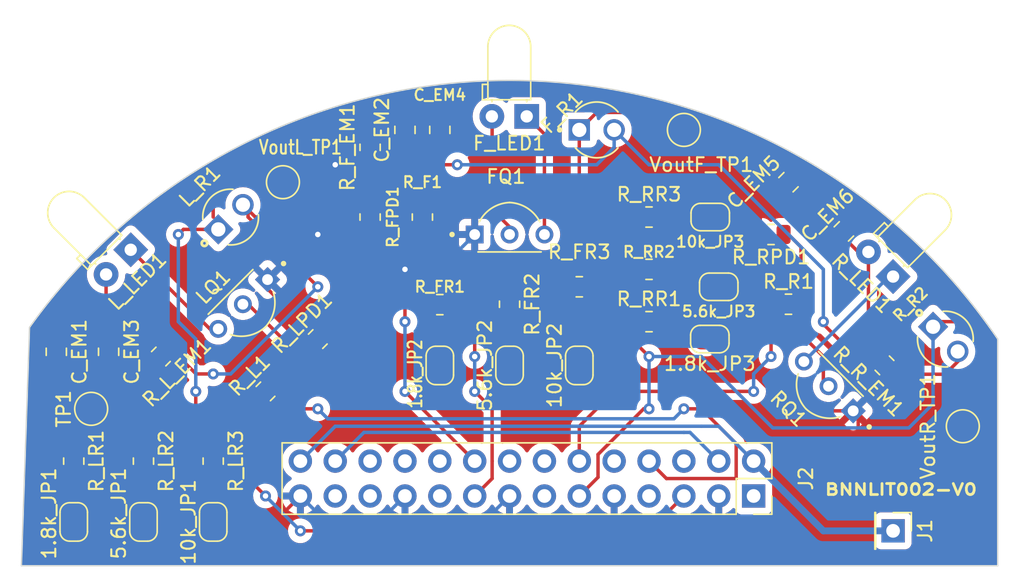
<source format=kicad_pcb>
(kicad_pcb (version 20221018) (generator pcbnew)
  (layers (0 "F.Cu" signal) (31 "B.Cu" signal) (34 "B.Paste" user) (35 "F.Paste" user) (36 "B.SilkS" user "B.Silkscreen") (37 "F.SilkS" user "F.Silkscreen") (38 "B.Mask" user) (39 "F.Mask" user) (44 "Edge.Cuts" user))
  (net 0 "")
  (net 1 "GND")
  (net 2 "Net-(1.8k_JP1-B)")
  (net 3 "Net-(1.8k_JP2-B)")
  (net 4 "Net-(1.8k_JP3-B)")
  (net 5 "Net-(5.6k_JP1-B)")
  (net 6 "Net-(5.6k_JP2-B)")
  (net 7 "Net-(5.6k_JP3-B)")
  (net 8 "Net-(10k_JP1-B)")
  (net 9 "Net-(10k_JP2-B)")
  (net 10 "Net-(10k_JP3-B)")
  (net 11 "Net-(L_LED1-A)")
  (net 12 "Net-(R_LED1-A)")
  (net 13 "Net-(L_LED1-K)")
  (net 14 "Net-(FQ1-Pad2)")
  (net 15 "+3V3")
  (net 16 "Net-(LQ1-Pad2)")
  (net 17 "Net-(RQ1-Pad2)")
  (net 18 "L_Receiver")
  (net 19 "F_Receiver")
  (net 20 "Net-(R_LED1-K)")
  (net 21 "R_Receiver")
  (net 22 "F_Emitter")
  (net 23 "L_Emitter")
  (net 24 "R_Emitter")
  (net 25 "+3.3V")
  (net 26 "/BATT")
  (net 27 "/AB0")
  (net 28 "/RESV1")
  (net 29 "/PC5")
  (net 30 "/PE8")
  (net 31 "/PE9")
  (net 32 "/PC4")
  (net 33 "/PE11")
  (net 34 "/PE12")
  (net 35 "/PA6")
  (net 36 "/PE14")
  (net 37 "/PA4")
  (net 38 "/RESV2")
  (net 39 "/RESV3")
  (net 40 "Net-(F_LED1-A)")
  (net 41 "Net-(F_LED1-K)")
  (footprint "Capacitor_SMD:C_0805_2012Metric" (layer "F.Cu") (at 99.06 67.31 90)
    (fp_text reference "C_EM4")
    (fp_text value "0.1u")
  )
  (footprint "Resistor_SMD:R_0805_2012Metric" (layer "F.Cu") (at 114.3 73.66)
    (fp_text reference "R_RR3")
    (fp_text value "100k")
  )
  (footprint "Jumper:SolderJumper-2_P1.3mm_Open_RoundedPad1.0x1.5mm" (layer "F.Cu") (at 118.76 73.66 180)
    (fp_text reference "10k_JP3")
    (fp_text value "JP9")
  )
  (footprint "TEFT4300:XDCR_TEFT4300" (layer "F.Cu") (at 110.49 67.31)
    (fp_text reference "F_R1")
    (fp_text value "TEFT4300")
  )
  (footprint "P2N2222A:TO92254P470H750-3" (layer "F.Cu") (at 125.73 87.63 135)
    (fp_text reference "RQ1")
    (fp_text value "2N2222A")
  )
  (footprint "Resistor_SMD:R_0805_2012Metric" (layer "F.Cu") (at 97.79 73.66 90)
    (fp_text reference "R_F1")
    (fp_text value "150")
  )
  (footprint "Jumper:SolderJumper-2_P1.3mm_Open_RoundedPad1.0x1.5mm" (layer "F.Cu") (at 77.47 95.87 90)
    (fp_text reference "5.6k_JP1")
    (fp_text value "JP3")
  )
  (footprint "TestPoint:TestPoint_Pad_D2.0mm" (layer "F.Cu") (at 87.63 71.12 90)
    (fp_text reference "VoutL_TP1")
    (fp_text value "TP3")
  )
  (footprint "TEFT4300:XDCR_TEFT4300" (layer "F.Cu") (at 83.82 73.66 45)
    (fp_text reference "L_R1")
    (fp_text value "TEFT4300")
  )
  (footprint "Resistor_SMD:R_0805_2012Metric" (layer "F.Cu") (at 104.14 80.01 -90)
    (fp_text reference "R_FR2")
    (fp_text value "10k")
  )
  (footprint "Resistor_SMD:R_0805_2012Metric" (layer "F.Cu") (at 123.19 74.93 180)
    (fp_text reference "R_RPD1")
    (fp_text value "82")
  )
  (footprint "Resistor_SMD:R_0805_2012Metric" (layer "F.Cu") (at 124.46 80.01)
    (fp_text reference "R_R1")
    (fp_text value "150")
  )
  (footprint "Capacitor_SMD:C_0805_2012Metric" (layer "F.Cu") (at 74.93 83.475 -90)
    (fp_text reference "C_EM3")
    (fp_text value "0.1u")
  )
  (footprint "Jumper:SolderJumper-2_P1.3mm_Open_RoundedPad1.0x1.5mm" (layer "F.Cu") (at 82.55 95.87 90)
    (fp_text reference "10k_JP1")
    (fp_text value "JP5")
  )
  (footprint "Resistor_SMD:R_0805_2012Metric" (layer "F.Cu") (at 86.36 86.36 45)
    (fp_text reference "R_L1")
    (fp_text value "150")
  )
  (footprint "Capacitor_SMD:C_0805_2012Metric" (layer "F.Cu") (at 96.52 67.31 90)
    (fp_text reference "C_EM2")
    (fp_text value "4.7u")
  )
  (footprint "TestPoint:TestPoint_Pad_D2.0mm" (layer "F.Cu") (at 73.66 87.63 90)
    (fp_text reference "TP1")
    (fp_text value "IcL_TP")
  )
  (footprint "Resistor_SMD:R_0805_2012Metric" (layer "F.Cu") (at 109.22 78.74)
    (fp_text reference "R_FR3")
    (fp_text value "100k")
  )
  (footprint "TEFT4300:XDCR_TEFT4300" (layer "F.Cu") (at 135.89 82.55 -45)
    (fp_text reference "R_R2")
    (fp_text value "TEFT4300")
  )
  (footprint "P2N2222A:TO92254P470H750-3" (layer "F.Cu") (at 86.36 81.657559 -135)
    (fp_text reference "LQ1")
    (fp_text value "2N2222A")
  )
  (footprint "Jumper:SolderJumper-2_P1.3mm_Open_RoundedPad1.0x1.5mm" (layer "F.Cu") (at 104.14 84.47 90)
    (fp_text reference "5.6k_JP2")
    (fp_text value "JP4")
  )
  (footprint "Capacitor_SMD:C_0805_2012Metric" (layer "F.Cu") (at 71.12 83.475 -90)
    (fp_text reference "C_EM1")
    (fp_text value "4.7u")
  )
  (footprint "Jumper:SolderJumper-2_P1.3mm_Open_RoundedPad1.0x1.5mm" (layer "F.Cu") (at 119.38 78.74 180)
    (fp_text reference "5.6k_JP3")
    (fp_text value "JP8")
  )
  (footprint "Resistor_SMD:R_0805_2012Metric" (layer "F.Cu") (at 82.55 91.44 -90)
    (fp_text reference "R_LR3")
    (fp_text value "100k")
  )
  (footprint "Resistor_SMD:R_0805_2012Metric" (layer "F.Cu") (at 72.39 91.44 -90)
    (fp_text reference "R_LR1")
    (fp_text value "1.8k")
  )
  (footprint "LED_THT:LED_D3.0mm_Horizontal_O1.27mm_Z2.0mm_IRBlack" (layer "F.Cu") (at 132.08 77.996051 135)
    (fp_text reference "R_LED1")
    (fp_text value "TSAL4400")
  )
  (footprint "Jumper:SolderJumper-2_P1.3mm_Open_RoundedPad1.0x1.5mm" (layer "F.Cu") (at 118.73 82.55 180)
    (fp_text reference "1.8k_JP3")
    (fp_text value "JP7")
  )
  (footprint "Jumper:SolderJumper-2_P1.3mm_Open_RoundedPad1.0x1.5mm" (layer "F.Cu") (at 99.06 84.47 90)
    (fp_text reference "1.8k_JP2")
    (fp_text value "JP2")
  )
  (footprint "TestPoint:TestPoint_Pad_D2.0mm" (layer "F.Cu") (at 137.16 88.9 90)
    (fp_text reference "VoutR_TP1")
    (fp_text value "TP6")
  )
  (footprint "Jumper:SolderJumper-2_P1.3mm_Open_RoundedPad1.0x1.5mm" (layer "F.Cu") (at 72.39 95.87 90)
    (fp_text reference "1.8k_JP1")
    (fp_text value "JP1")
  )
  (footprint "Resistor_SMD:R_0805_2012Metric" (layer "F.Cu") (at 78.74 83.82 -135)
    (fp_text reference "R_L_EM1")
    (fp_text value "13")
  )
  (footprint "Resistor_SMD:R_0805_2012Metric" (layer "F.Cu") (at 114.3 77.47)
    (fp_text reference "R_RR2")
    (fp_text value "10k")
  )
  (footprint "P2N2222A:TO92254P470H750-3" (layer "F.Cu") (at 104.14 72.6)
    (fp_text reference "FQ1")
    (fp_text value "2N2222A")
  )
  (footprint "Resistor_SMD:R_0805_2012Metric" (layer "F.Cu") (at 77.47 91.44 -90)
    (fp_text reference "R_LR2")
    (fp_text value "10k")
  )
  (footprint "TestPoint:TestPoint_Pad_D2.0mm" (layer "F.Cu") (at 116.84 67.31 90)
    (fp_text reference "VoutF_TP1")
    (fp_text value "TP4")
  )
  (footprint "Resistor_SMD:R_0805_2012Metric" (layer "F.Cu") (at 93.98 73.66 -90)
    (fp_text reference "R_FPD1")
    (fp_text value "82")
  )
  (footprint "LED_THT:LED_D3.0mm_Horizontal_O1.27mm_Z2.0mm_IRBlack" (layer "F.Cu") (at 76.54146 76.043693 -135)
    (fp_text reference "L_LED1")
    (fp_text value "TSAL4400")
  )
  (footprint "Resistor_SMD:R_0805_2012Metric" (layer "F.Cu") (at 114.3 81.28)
    (fp_text reference "R_RR1")
    (fp_text value "1.8k")
  )
  (footprint "Resistor_SMD:R_0805_2012Metric" (layer "F.Cu") (at 131.455235 84.465235 135)
    (fp_text reference "R_R_EM1")
    (fp_text value "13")
  )
  (footprint "Capacitor_SMD:C_0805_2012Metric" (layer "F.Cu") (at 124.46 71.12 45)
    (fp_text reference "C_EM5")
    (fp_text value "4.7u")
  )
  (footprint "Connector_PinHeader_2.54mm:PinHeader_1x01_P2.54mm_Vertical" (layer "F.Cu") (at 132.08 96.52 -90)
    (fp_text reference "J1")
    (fp_text value "Conn_01x01_Pin")
  )
  (footprint "Resistor_SMD:R_0805_2012Metric" (layer "F.Cu") (at 90.17 82.55 45)
    (fp_text reference "R_LPD1")
    (fp_text value "82")
  )
  (footprint "LED_THT:LED_D3.0mm_Horizontal_O1.27mm_Z2.0mm_IRBlack" (layer "F.Cu") (at 105.39 66.325 180)
    (fp_text reference "F_LED1")
    (fp_text value "TSAL4400")
  )
  (footprint "Jumper:SolderJumper-2_P1.3mm_Open_RoundedPad1.0x1.5mm" (layer "F.Cu") (at 109.22 84.47 90)
    (fp_text reference "10k_JP2")
    (fp_text value "JP6")
  )
  (footprint "Connector_PinHeader_2.54mm:PinHeader_2x14_P2.54mm_Vertical" (layer "F.Cu") (at 104.14 76.2)
    (fp_text reference "J2")
    (fp_text value "Conn_02x14_Odd_Even")
  )
  (footprint "Capacitor_SMD:C_0805_2012Metric" (layer "F.Cu") (at 128.496274 74.703726 45)
    (fp_text reference "C_EM6")
    (fp_text value "0.1u")
  )
  (footprint "Resistor_SMD:R_0805_2012Metric" (layer "F.Cu") (at 99.06 80.04 180)
    (fp_text reference "R_FR1")
    (fp_text value "1.8k")
  )
  (footprint "Resistor_SMD:R_0805_2012Metric" (layer "F.Cu") (at 93.98 68.58 90)
    (fp_text reference "R_F_EM1")
    (fp_text value "13")
  )
  (gr_line (start 68.58 99.06) (end 69.170563 81.701831) (stroke (width 0.1)) (layer "Edge.Cuts"))
  (gr_arc (start 69.170563 81.701831) (mid 104.656758 63.70904) (end 139.699999 82.55) (stroke (width 0.1)) (layer "Edge.Cuts"))
  (gr_line (start 139.7 99.06) (end 139.7 82.55) (stroke (width 0.1)) (layer "Edge.Cuts"))
  (gr_line (start 68.58 99.06) (end 139.7 99.06) (stroke (width 0.1)) (layer "Edge.Cuts"))
  (gr_text "BNNLIT002-V0" (at 127 93.98) (layer "F.SilkS") (effects (font (size 0.8 1) (thickness 0.2) bold) (justify left bottom)))
  (segment (start 125.904299 70.768249) (end 129.168025 74.031975) (width 0.25) (layer "F.Cu") (net 1))
  (segment (start 120.65 77.47) (end 119.555 78.565) (width 0.25) (layer "F.Cu") (net 1))
  (segment (start 82.55 96.52) (end 86.36 96.52) (width 0.25) (layer "F.Cu") (net 1))
  (segment (start 93.98 78.74) (end 90.488198 82.231802) (width 0.25) (layer "F.Cu") (net 1))
  (segment (start 129.17361 87.778492) (end 124.608492 87.778492) (width 0.25) (layer "F.Cu") (net 1))
  (segment (start 90.815235 81.904765) (end 89.524765 81.904765) (width 0.25) (layer "F.Cu") (net 1))
  (segment (start 129.54 92.71) (end 129.54 87.63) (width 0.25) (layer "F.Cu") (net 1))
  (segment (start 125.131751 70.448249) (end 124.585476 69.901974) (width 0.25) (layer "F.Cu") (net 1))
  (segment (start 119.555 78.565) (end 119.555 82.375) (width 0.25) (layer "F.Cu") (net 1))
  (segment (start 71.12 96.52) (end 69.85 95.25) (width 0.25) (layer "F.Cu") (net 1))
  (segment (start 118.11 85.12) (end 119.38 83.85) (width 0.25) (layer "F.Cu") (net 1))
  (segment (start 122.2775 74.93) (end 122.2775 71.817577) (width 0.25) (layer "F.Cu") (net 1))
  (segment (start 69.85 95.25) (end 69.85 85.09) (width 0.25) (layer "F.Cu") (net 1))
  (segment (start 69.85 85.09) (end 71.12 83.82) (width 0.25) (layer "F.Cu") (net 1))
  (segment (start 121.92 74.93) (end 120.65 73.66) (width 0.25) (layer "F.Cu") (net 1))
  (segment (start 124.608492 87.778492) (end 119.38 82.55) (width 0.25) (layer "F.Cu") (net 1))
  (segment (start 120.65 74.93) (end 120.65 77.47) (width 0.25) (layer "F.Cu") (net 1))
  (segment (start 95.915 66.04) (end 92.71 66.04) (width 0.25) (layer "F.Cu") (net 1))
  (segment (start 95.25 76.2) (end 95.25 74.93) (width 0.25) (layer "F.Cu") (net 1))
  (segment (start 94.01 85.12) (end 101.6 85.12) (width 0.25) (layer "F.Cu") (net 1))
  (segment (start 95.25 74.93) (end 93.98 74.93) (width 0.25) (layer "F.Cu") (net 1))
  (segment (start 96.52 66.36) (end 98.287452 66.36) (width 0.25) (layer "F.Cu") (net 1))
  (segment (start 120.65 96.52) (end 125.73 96.52) (width 0.25) (layer "F.Cu") (net 1))
  (segment (start 124.245077 69.85) (end 124.46 69.85) (width 0.25) (layer "F.Cu") (net 1))
  (segment (start 125.73 96.52) (end 129.54 92.71) (width 0.25) (layer "F.Cu") (net 1))
  (segment (start 86.36 96.52) (end 88.9 93.98) (width 0.25) (layer "F.Cu") (net 1))
  (segment (start 119.38 95.25) (end 120.65 96.52) (width 0.25) (layer "F.Cu") (net 1))
  (segment (start 89.524765 81.904765) (end 86.36 78.74) (width 0.25) (layer "F.Cu") (net 1))
  (segment (start 119.41 73.66) (end 119.41 73.69) (width 0.25) (layer "F.Cu") (net 1))
  (segment (start 92.71 66.04) (end 91.44 67.31) (width 0.25) (layer "F.Cu") (net 1))
  (segment (start 82.55 96.52) (end 72.39 96.52) (width 0.25) (layer "F.Cu") (net 1))
  (segment (start 91.44 67.31) (end 91.44 69.85) (width 0.25) (layer "F.Cu") (net 1))
  (segment (start 122.2775 74.93) (end 121.92 74.93) (width 0.25) (layer "F.Cu") (net 1))
  (segment (start 73.469401 83.82) (end 71.12 83.82) (width 0.25) (layer "F.Cu") (net 1))
  (segment (start 119.41 73.69) (end 120.65 74.93) (width 0.25) (layer "F.Cu") (net 1))
  (segment (start 90.815235 81.925235) (end 94.01 85.12) (width 0.25) (layer "F.Cu") (net 1))
  (segment (start 90.17 74.93) (end 93.98 74.93) (width 0.25) (layer "F.Cu") (net 1))
  (segment (start 101.6 85.12) (end 118.11 85.12) (width 0.25) (layer "F.Cu") (net 1))
  (segment (start 119.38 93.98) (end 119.38 95.25) (width 0.25) (layer "F.Cu") (net 1))
  (segment (start 72.39 96.52) (end 71.12 96.52) (width 0.25) (layer "F.Cu") (net 1))
  (segment (start 122.2775 71.817577) (end 124.245077 69.85) (width 0.25) (layer "F.Cu") (net 1))
  (segment (start 90.815235 81.904765) (end 90.815235 81.925235) (width 0.25) (layer "F.Cu") (net 1))
  (segment (start 93.98 74.5725) (end 93.98 78.74) (width 0.25) (layer "F.Cu") (net 1))
  (segment (start 119.38 83.85) (end 119.38 82.55) (width 0.25) (layer "F.Cu") (net 1))
  (segment (start 120.65 73.66) (end 119.38 73.66) (width 0.25) (layer "F.Cu") (net 1))
  (segment (start 96.52 77.47) (end 95.25 76.2) (width 0.25) (layer "F.Cu") (net 1))
  (via (at 96.52 77.47) (size 0.8) (drill 0.4) (layers "F.Cu" "B.Cu") (net 1))
  (via (at 90.17 74.93) (size 0.8) (drill 0.4) (layers "F.Cu" "B.Cu") (net 1))
  (via (at 91.44 69.85) (size 0.8) (drill 0.4) (layers "F.Cu" "B.Cu") (net 1))
  (arc (start 98.287452 66.36) (mid 98.705551 66.276835) (end 99.06 66.04) (width 0.25) (layer "F.Cu") (net 1))
  (arc (start 124.585476 69.901974) (mid 124.527907 69.863508) (end 124.46 69.85) (width 0.25) (layer "F.Cu") (net 1))
  (arc (start 125.131751 70.448249) (mid 125.549851 70.531414) (end 125.904299 70.768249) (width 0.25) (layer "F.Cu") (net 1))
  (arc (start 74.93 84.425) (mid 74.259872 83.977234) (end 73.469401 83.82) (width 0.25) (layer "F.Cu") (net 1))
  (segment (start 93.98 96.52) (end 101.6 96.52) (width 0.25) (layer "B.Cu") (net 1))
  (segment (start 88.9 73.66) (end 90.17 74.93) (width 0.25) (layer "B.Cu") (net 1))
  (segment (start 101.6 74.93) (end 99.06 77.47) (width 0.25) (layer "B.Cu") (net 1))
  (segment (start 104.14 93.98) (end 104.14 95.25) (width 0.25) (layer "B.Cu") (net 1))
  (segment (start 101.6 96.52) (end 104.14 93.98) (width 0.25) (layer "B.Cu") (net 1))
  (segment (start 105.41 96.52) (end 110.49 96.52) (width 0.25) (layer "B.Cu") (net 1))
  (segment (start 91.44 69.85) (end 91.44 71.12) (width 0.25) (layer "B.Cu") (net 1))
  (segment (start 91.44 71.12) (end 90.17 72.39) (width 0.25) (layer "B.Cu") (net 1))
  (segment (start 110.49 96.52) (end 118.11 96.52) (width 0.25) (layer "B.Cu") (net 1))
  (segment (start 111.76 95.25) (end 111.76 93.98) (width 0.25) (layer "B.Cu") (net 1))
  (segment (start 119.38 95.25) (end 119.38 93.98) (width 0.25) (layer "B.Cu") (net 1))
  (segment (start 93.98 96.52) (end 96.52 93.98) (width 0.25) (layer "B.Cu") (net 1))
  (segment (start 90.17 72.39) (end 88.9 72.39) (width 0.25) (layer "B.Cu") (net 1))
  (segment (start 90.17 95.25) (end 91.44 96.52) (width 0.25) (layer "B.Cu") (net 1))
  (segment (start 91.44 96.52) (end 93.98 96.52) (width 0.25) (layer "B.Cu") (net 1))
  (segment (start 118.11 96.52) (end 119.38 95.25) (width 0.25) (layer "B.Cu") (net 1))
  (segment (start 88.9 93.98) (end 90.17 95.25) (width 0.25) (layer "B.Cu") (net 1))
  (segment (start 104.14 95.25) (end 105.41 96.52) (width 0.25) (layer "B.Cu") (net 1))
  (segment (start 88.9 72.39) (end 88.9 73.66) (width 0.25) (layer "B.Cu") (net 1))
  (segment (start 110.49 96.52) (end 111.76 95.25) (width 0.25) (layer "B.Cu") (net 1))
  (segment (start 99.06 77.47) (end 96.52 77.47) (width 0.25) (layer "B.Cu") (net 1))
  (segment (start 72.39 92.3525) (end 72.39 95.25) (width 0.25) (layer "F.Cu") (net 2))
  (segment (start 99.06 83.82) (end 97.79 82.55) (width 0.25) (layer "F.Cu") (net 3))
  (segment (start 97.79 82.55) (end 97.79 80.01) (width 0.25) (layer "F.Cu") (net 3))
  (segment (start 116.84 82.55) (end 115.57 81.28) (width 0.25) (layer "F.Cu") (net 4))
  (segment (start 118.08 82.55) (end 116.84 82.55) (width 0.25) (layer "F.Cu") (net 4))
  (segment (start 77.47 92.3525) (end 77.47 95.25) (width 0.25) (layer "F.Cu") (net 5))
  (segment (start 104.14 80.9225) (end 104.14 83.82) (width 0.25) (layer "F.Cu") (net 6))
  (segment (start 118.73 78.74) (end 116.84 78.74) (width 0.25) (layer "F.Cu") (net 7))
  (segment (start 116.84 78.74) (end 115.57 77.47) (width 0.25) (layer "F.Cu") (net 7))
  (segment (start 82.55 92.3525) (end 82.55 95.25) (width 0.25) (layer "F.Cu") (net 8))
  (segment (start 110.1325 78.74) (end 110.1325 82.9075) (width 0.25) (layer "F.Cu") (net 9))
  (segment (start 110.1325 82.9075) (end 109.22 83.82) (width 0.25) (layer "F.Cu") (net 9))
  (segment (start 118.11 73.66) (end 115.57 73.66) (width 0.25) (layer "F.Cu") (net 10))
  (segment (start 74.93 87.63) (end 73.66 87.63) (width 0.25) (layer "F.Cu") (net 11))
  (segment (start 78.094765 84.465235) (end 74.93 87.63) (width 0.25) (layer "F.Cu") (net 11))
  (segment (start 71.12 82.525) (end 74.869645 82.525) (width 0.25) (layer "F.Cu") (net 11))
  (segment (start 74.745409 77.839744) (end 74.745409 82.104358) (width 0.25) (layer "F.Cu") (net 11))
  (segment (start 76.2 82.55) (end 74.93 82.55) (width 0.25) (layer "F.Cu") (net 11))
  (segment (start 78.080291 84.43029) (end 76.2 82.55) (width 0.25) (layer "F.Cu") (net 11))
  (arc (start 74.745409 82.104358) (mid 74.793382 82.345537) (end 74.93 82.55) (width 0.25) (layer "F.Cu") (net 11))
  (arc (start 74.869645 82.525) (mid 74.902308 82.531497) (end 74.93 82.55) (width 0.25) (layer "F.Cu") (net 11))
  (arc (start 78.094765 84.465235) (mid 78.091003 84.446323) (end 78.080291 84.43029) (width 0.25) (layer "F.Cu") (net 11))
  (segment (start 129.54 76.2) (end 130.81 76.2) (width 0.25) (layer "F.Cu") (net 12))
  (segment (start 130.283949 76.2) (end 129.54 76.2) (width 0.25) (layer "F.Cu") (net 12))
  (segment (start 128.27 74.93) (end 129.54 76.2) (width 0.25) (layer "F.Cu") (net 12))
  (segment (start 130.283949 83.293949) (end 130.81 83.82) (width 0.25) (layer "F.Cu") (net 12))
  (segment (start 127 74.93) (end 128.27 74.93) (width 0.25) (layer "F.Cu") (net 12))
  (segment (start 123.913725 71.843725) (end 127 74.93) (width 0.25) (layer "F.Cu") (net 12))
  (segment (start 130.283949 76.2) (end 130.283949 83.293949) (width 0.25) (layer "F.Cu") (net 12))
  (arc (start 123.788249 71.791751) (mid 123.856156 71.805259) (end 123.913725 71.843725) (width 0.25) (layer "F.Cu") (net 12))
  (segment (start 76.54146 76.043693) (end 82.55 82.052233) (width 0.25) (layer "F.Cu") (net 13))
  (segment (start 104.14 74.375) (end 104.14 74.93) (width 0.25) (layer "F.Cu") (net 14))
  (segment (start 102.5125 72.7475) (end 104.14 74.375) (width 0.25) (layer "F.Cu") (net 14))
  (segment (start 97.79 72.7475) (end 102.5125 72.7475) (width 0.25) (layer "F.Cu") (net 14))
  (segment (start 93.98 72.7475) (end 97.4325 72.7475) (width 0.25) (layer "F.Cu") (net 14))
  (segment (start 81.30047 85.09) (end 82.55 85.09) (width 0.25) (layer "F.Cu") (net 15))
  (segment (start 84.718026 72.761974) (end 85.616052 73.66) (width 0.25) (layer "F.Cu") (net 15))
  (segment (start 100.33 69.85) (end 93.98 69.85) (width 0.25) (layer "F.Cu") (net 15))
  (segment (start 85.09 73.66) (end 85.09 72.39) (width 0.25) (layer "F.Cu") (net 15))
  (segment (start 130.630431 85.09) (end 127 81.459569) (width 0.25) (layer "F.Cu") (net 15))
  (segment (start 135.86953 85.11047) (end 137.16 83.82) (width 0.25) (layer "F.Cu") (net 15))
  (segment (start 132.10047 85.11047) (end 135.86953 85.11047) (width 0.25) (layer "F.Cu") (net 15))
  (segment (start 127 81.459569) (end 127 81.28) (width 0.25) (layer "F.Cu") (net 15))
  (segment (start 90.17 78.74) (end 85.09 73.66) (width 0.25) (layer "F.Cu") (net 15))
  (segment (start 90.17 73.66) (end 93.98 69.85) (width 0.25) (layer "F.Cu") (net 15))
  (segment (start 132.08 85.09) (end 130.630431 85.09) (width 0.25) (layer "F.Cu") (net 15))
  (segment (start 79.385235 83.174765) (end 81.30047 85.09) (width 0.25) (layer "F.Cu") (net 15))
  (segment (start 88.9 73.66) (end 90.17 73.66) (width 0.25) (layer "F.Cu") (net 15))
  (segment (start 132.10047 85.11047) (end 132.08 85.09) (width 0.25) (layer "F.Cu") (net 15))
  (segment (start 85.616052 73.66) (end 88.9 73.66) (width 0.25) (layer "F.Cu") (net 15))
  (via (at 82.55 85.09) (size 0.8) (drill 0.4) (layers "F.Cu" "B.Cu") (net 15))
  (via (at 90.17 78.74) (size 0.8) (drill 0.4) (layers "F.Cu" "B.Cu") (net 15))
  (via (at 100.33 69.85) (size 0.8) (drill 0.4) (layers "F.Cu" "B.Cu") (net 15))
  (via (at 127 81.28) (size 0.8) (drill 0.4) (layers "F.Cu" "B.Cu") (net 15))
  (segment (start 127 77.47) (end 119.38 69.85) (width 0.25) (layer "B.Cu") (net 15))
  (segment (start 101.6 69.85) (end 110.49 69.85) (width 0.25) (layer "B.Cu") (net 15))
  (segment (start 111.76 68.58) (end 111.76 67.31) (width 0.25) (layer "B.Cu") (net 15))
  (segment (start 127 81.28) (end 127 77.47) (width 0.25) (layer "B.Cu") (net 15))
  (segment (start 83.82 85.09) (end 90.17 78.74) (width 0.25) (layer "B.Cu") (net 15))
  (segment (start 82.55 85.09) (end 83.82 85.09) (width 0.25) (layer "B.Cu") (net 15))
  (segment (start 119.38 69.85) (end 114.3 69.85) (width 0.25) (layer "B.Cu") (net 15))
  (segment (start 110.49 69.85) (end 111.76 68.58) (width 0.25) (layer "B.Cu") (net 15))
  (segment (start 114.3 69.85) (end 111.76 67.31) (width 0.25) (layer "B.Cu") (net 15))
  (segment (start 101.6 69.85) (end 100.33 69.85) (width 0.25) (layer "B.Cu") (net 15))
  (segment (start 87.005235 85.714765) (end 89.524765 83.195235) (width 0.25) (layer "F.Cu") (net 16))
  (segment (start 89.524765 83.195235) (end 88.275235 83.195235) (width 0.25) (layer "F.Cu") (net 16))
  (segment (start 88.275235 83.195235) (end 85.09 80.01) (width 0.25) (layer "F.Cu") (net 16))
  (segment (start 125.3725 80.01) (end 125.3725 75.8425) (width 0.25) (layer "F.Cu") (net 17))
  (segment (start 127 83.82) (end 127 86.36) (width 0.25) (layer "F.Cu") (net 17))
  (segment (start 125.3725 82.1925) (end 127 83.82) (width 0.25) (layer "F.Cu") (net 17))
  (segment (start 125.3725 75.8425) (end 124.46 74.93) (width 0.25) (layer "F.Cu") (net 17))
  (segment (start 125.3725 80.01) (end 125.3725 82.1925) (width 0.25) (layer "F.Cu") (net 17))
  (segment (start 86.36 69.85) (end 85.09 69.85) (width 0.25) (layer "F.Cu") (net 18))
  (segment (start 87.63 71.12) (end 86.36 69.85) (width 0.25) (layer "F.Cu") (net 18))
  (segment (start 85.09 69.85) (end 83.82 69.85) (width 0.25) (layer "F.Cu") (net 18))
  (segment (start 80.381974 74.558026) (end 80.01 74.93) (width 0.25) (layer "F.Cu") (net 18))
  (segment (start 81.28 88.9) (end 82.55 90.17) (width 0.25) (layer "F.Cu") (net 18))
  (segment (start 116.84 93.98) (end 114.3 96.52) (width 0.25) (layer "F.Cu") (net 18))
  (segment (start 82.55 71.12) (end 82.55 73.66) (width 0.25) (layer "F.Cu") (net 18))
  (segment (start 72.39 90.5275) (end 82.1925 90.5275) (width 0.25) (layer "F.Cu") (net 18))
  (segment (start 83.82 69.85) (end 82.55 71.12) (width 0.25) (layer "F.Cu") (net 18))
  (segment (start 82.921974 74.558026) (end 80.381974 74.558026) (width 0.25) (layer "F.Cu") (net 18))
  (segment (start 86.36 93.98) (end 82.55 90.17) (width 0.25) (layer "F.Cu") (net 18))
  (segment (start 114.3 96.52) (end 88.9 96.52) (width 0.25) (layer "F.Cu") (net 18))
  (segment (start 81.28 86.36) (end 81.28 88.9) (width 0.25) (layer "F.Cu") (net 18))
  (via (at 86.36 93.98) (size 0.8) (drill 0.4) (layers "F.Cu" "B.Cu") (net 18))
  (via (at 81.28 86.36) (size 0.8) (drill 0.4) (layers "F.Cu" "B.Cu") (net 18))
  (via (at 88.9 96.52) (size 0.8) (drill 0.4) (layers "F.Cu" "B.Cu") (net 18))
  (via (at 80.01 74.93) (size 0.8) (drill 0.4) (layers "F.Cu" "B.Cu") (net 18))
  (segment (start 80.01 74.93) (end 80.01 81.28) (width 0.25) (layer "B.Cu") (net 18))
  (segment (start 80.01 81.28) (end 81.28 82.55) (width 0.25) (layer "B.Cu") (net 18))
  (segment (start 81.28 82.55) (end 81.28 86.36) (width 0.25) (layer "B.Cu") (net 18))
  (segment (start 88.9 96.52) (end 86.36 93.98) (width 0.25) (layer "B.Cu") (net 18))
  (segment (start 104.14 78.74) (end 107.95 78.74) (width 0.25) (layer "F.Cu") (net 19))
  (segment (start 101.6 81.6675) (end 101.6 83.82) (width 0.25) (layer "F.Cu") (net 19))
  (segment (start 109.22 77.47) (end 109.22 67.31) (width 0.25) (layer "F.Cu") (net 19))
  (segment (start 99.9725 80.04) (end 101.6 81.6675) (width 0.25) (layer "F.Cu") (net 19))
  (segment (start 102.87 87.63) (end 102.87 91.44) (width 0.25) (layer "F.Cu") (net 19))
  (segment (start 107.95 78.74) (end 109.22 77.47) (width 0.25) (layer "F.Cu") (net 19))
  (segment (start 99.9725 80.04) (end 101.2725 78.74) (width 0.25) (layer "F.Cu") (net 19))
  (segment (start 110.49 66.04) (end 109.22 67.31) (width 0.25) (layer "F.Cu") (net 19))
  (segment (start 115.57 66.04) (end 110.49 66.04) (width 0.25) (layer "F.Cu") (net 19))
  (segment (start 116.84 67.31) (end 115.57 66.04) (width 0.25) (layer "F.Cu") (net 19))
  (segment (start 101.2725 78.74) (end 104.14 78.74) (width 0.25) (layer "F.Cu") (net 19))
  (segment (start 101.6 86.36) (end 102.87 87.63) (width 0.25) (layer "F.Cu") (net 19))
  (segment (start 102.87 92.71) (end 101.6 93.98) (width 0.25) (layer "F.Cu") (net 19))
  (segment (start 102.87 91.44) (end 102.87 92.71) (width 0.25) (layer "F.Cu") (net 19))
  (via (at 101.6 86.36) (size 0.8) (drill 0.4) (layers "F.Cu" "B.Cu") (net 19))
  (via (at 101.6 83.82) (size 0.8) (drill 0.4) (layers "F.Cu" "B.Cu") (net 19))
  (segment (start 101.6 83.82) (end 101.6 86.36) (width 0.25) (layer "B.Cu") (net 19))
  (segment (start 125.581508 84.18639) (end 132.08 77.687898) (width 0.25) (layer "B.Cu") (net 20))
  (segment (start 113.03 82.55) (end 113.03 81.28) (width 0.25) (layer "F.Cu") (net 21))
  (segment (start 110.585 90.953299) (end 113.908299 87.63) (width 0.25) (layer "F.Cu") (net 21))
  (segment (start 109.22 93.98) (end 110.585 92.615) (width 0.25) (layer "F.Cu") (net 21))
  (segment (start 113.3875 81.28) (end 113.3875 74.0175) (width 0.25) (layer "F.Cu") (net 21))
  (segment (start 110.585 92.615) (end 110.585 90.953299) (width 0.25) (layer "F.Cu") (net 21))
  (segment (start 138.43 82.55) (end 138.43 87.63) (width 0.25) (layer "F.Cu") (net 21))
  (segment (start 138.43 87.63) (end 137.16 88.9) (width 0.25) (layer "F.Cu") (net 21))
  (segment (start 114.3 83.82) (end 113.03 82.55) (width 0.25) (layer "F.Cu") (net 21))
  (segment (start 135.363948 81.28) (end 137.16 81.28) (width 0.25) (layer "F.Cu") (net 21))
  (segment (start 134.991974 81.651974) (end 135.363948 81.28) (width 0.25) (layer "F.Cu") (net 21))
  (segment (start 137.16 81.28) (end 138.43 82.55) (width 0.25) (layer "F.Cu") (net 21))
  (segment (start 113.908299 87.63) (end 114.3 87.63) (width 0.25) (layer "F.Cu") (net 21))
  (via (at 114.3 83.82) (size 0.8) (drill 0.4) (layers "F.Cu" "B.Cu") (net 21))
  (via (at 114.3 87.63) (size 0.8) (drill 0.4) (layers "F.Cu" "B.Cu") (net 21))
  (segment (start 114.3 87.63) (end 114.3 83.82) (width 0.25) (layer "B.Cu") (net 21))
  (segment (start 133.228683 89.021317) (end 123.311317 89.021317) (width 0.25) (layer "B.Cu") (net 21))
  (segment (start 123.311317 89.021317) (end 118.11 83.82) (width 0.25) (layer "B.Cu") (net 21))
  (segment (start 134.991974 87.258026) (end 133.228683 89.021317) (width 0.25) (layer "B.Cu") (net 21))
  (segment (start 118.11 83.82) (end 114.3 83.82) (width 0.25) (layer "B.Cu") (net 21))
  (segment (start 134.991974 81.651974) (end 134.991974 87.258026) (width 0.25) (layer "B.Cu") (net 21))
  (segment (start 101.6 91.44) (end 96.52 86.36) (width 0.25) (layer "F.Cu") (net 22))
  (segment (start 97.79 77.47) (end 97.79 74.93) (width 0.25) (layer "F.Cu") (net 22))
  (segment (start 96.52 81.28) (end 96.52 78.74) (width 0.25) (layer "F.Cu") (net 22))
  (segment (start 96.52 78.74) (end 97.79 77.47) (width 0.25) (layer "F.Cu") (net 22))
  (via (at 96.52 86.36) (size 0.8) (drill 0.4) (layers "F.Cu" "B.Cu") (net 22))
  (via (at 96.52 81.28) (size 0.8) (drill 0.4) (layers "F.Cu" "B.Cu") (net 22))
  (segment (start 96.52 86.36) (end 96.52 81.28) (width 0.25) (layer "B.Cu") (net 22))
  (segment (start 120.65 92.71) (end 115.57 92.71) (width 0.25) (layer "F.Cu") (net 23))
  (segment (start 85.714765 87.005235) (end 86.126936 87.005235) (width 0.25) (layer "F.Cu") (net 23))
  (segment (start 115.57 92.71) (end 114.3 91.44) (width 0.25) (layer "F.Cu") (net 23))
  (segment (start 86.126936 87.005235) (end 86.751701 87.63) (width 0.25) (layer "F.Cu") (net 23))
  (segment (start 118.11 87.63) (end 119.38 88.9) (width 0.25) (layer "F.Cu") (net 23))
  (segment (start 86.751701 87.63) (end 90.17 87.63) (width 0.25) (layer "F.Cu") (net 23))
  (segment (start 116.84 87.63) (end 118.11 87.63) (width 0.25) (layer "F.Cu") (net 23))
  (segment (start 120.65 90.17) (end 120.65 92.71) (width 0.25) (layer "F.Cu") (net 23))
  (segment (start 119.38 88.9) (end 120.65 90.17) (width 0.25) (layer "F.Cu") (net 23))
  (via (at 90.17 87.63) (size 0.8) (drill 0.4) (layers "F.Cu" "B.Cu") (net 23))
  (via (at 116.84 87.63) (size 0.8) (drill 0.4) (layers "F.Cu" "B.Cu") (net 23))
  (segment (start 90.17 87.63) (end 90.895 88.355) (width 0.25) (layer "B.Cu") (net 23))
  (segment (start 116.115 88.355) (end 116.84 87.63) (width 0.25) (layer "B.Cu") (net 23))
  (segment (start 90.895 88.355) (end 116.115 88.355) (width 0.25) (layer "B.Cu") (net 23))
  (segment (start 110.49 87.63) (end 111.76 86.36) (width 0.25) (layer "F.Cu") (net 24))
  (segment (start 109.22 88.9) (end 110.49 87.63) (width 0.25) (layer "F.Cu") (net 24))
  (segment (start 123.19 83.82) (end 123.19 80.01) (width 0.25) (layer "F.Cu") (net 24))
  (segment (start 111.76 86.36) (end 121.92 86.36) (width 0.25) (layer "F.Cu") (net 24))
  (segment (start 109.22 91.44) (end 109.22 88.9) (width 0.25) (layer "F.Cu") (net 24))
  (via (at 121.92 86.36) (size 0.8) (drill 0.4) (layers "F.Cu" "B.Cu") (net 24))
  (via (at 123.19 83.82) (size 0.8) (drill 0.4) (layers "F.Cu" "B.Cu") (net 24))
  (segment (start 121.92 85.09) (end 123.19 83.82) (width 0.25) (layer "B.Cu") (net 24))
  (segment (start 121.92 86.36) (end 121.92 85.09) (width 0.25) (layer "B.Cu") (net 24))
  (segment (start 90.17 90.17) (end 91.44 88.9) (width 0.25) (layer "B.Cu") (net 25))
  (segment (start 118.11 88.9) (end 119.38 88.9) (width 0.25) (layer "B.Cu") (net 25))
  (segment (start 127 96.52) (end 121.92 91.44) (width 0.5) (layer "B.Cu") (net 25))
  (segment (start 91.44 88.9) (end 118.11 88.9) (width 0.25) (layer "B.Cu") (net 25))
  (segment (start 132.08 96.52) (end 127 96.52) (width 0.5) (layer "B.Cu") (net 25))
  (segment (start 119.38 88.9) (end 121.92 91.44) (width 0.25) (layer "B.Cu") (net 25))
  (segment (start 88.9 91.44) (end 90.17 90.17) (width 0.25) (layer "B.Cu") (net 25))
  (segment (start 93.53 89.35) (end 116.84 89.35) (width 0.25) (layer "B.Cu") (net 26))
  (segment (start 91.44 91.44) (end 93.53 89.35) (width 0.25) (layer "B.Cu") (net 26))
  (segment (start 116.84 89.35) (end 117.29 89.35) (width 0.25) (layer "B.Cu") (net 26))
  (segment (start 117.29 89.35) (end 119.38 91.44) (width 0.25) (layer "B.Cu") (net 26))
  (segment (start 94.3375 67.6675) (end 95.25 68.58) (width 0.25) (layer "F.Cu") (net 40))
  (segment (start 101.6 68.58) (end 102.236396 68.58) (width 0.25) (layer "F.Cu") (net 40))
  (segment (start 102.236396 68.58) (end 102.87 67.946396) (width 0.25) (layer "F.Cu") (net 40))
  (segment (start 93.98 67.6675) (end 94.3375 67.6675) (width 0.25) (layer "F.Cu") (net 40))
  (segment (start 95.25 68.58) (end 101.6 68.58) (width 0.25) (layer "F.Cu") (net 40))
  (segment (start 102.87 67.946396) (end 102.87 66.04) (width 0.25) (layer "F.Cu") (net 40))
  (segment (start 105.39 66.325) (end 106.68 67.615) (width 0.25) (layer "F.Cu") (net 41))
  (segment (start 106.68 67.615) (end 106.68 74.93) (width 0.25) (layer "F.Cu") (net 41))
  (zone (net 1) (net_name "GND") (layer "F.Cu") (connect_pads (clearance 0.5)) (min_thickness 0.25) (fill yes (thermal_gap 0.5) (thermal_bridge_width 0.5))
    (polygon (pts (xy 67.31 100.33) (xy 67.31 81.28) (xy 77.47 69.85) (xy 95.25 62.23) (xy 113.03 62.23) (xy 120.65 64.77) (xy 130.81 71.12) (xy 139.7 80.01) (xy 140.97 82.55) (xy 140.97 100.33)))
  )
  (zone (net 1) (net_name "GND") (layer "B.Cu") (priority 1) (connect_pads (clearance 0.5)) (min_thickness 0.25) (fill yes (thermal_gap 0.5) (thermal_bridge_width 0.5))
    (polygon (pts (xy 67.31 100.33) (xy 67.31 81.28) (xy 74.93 72.39) (xy 77.47 69.85) (xy 82.55 67.31) (xy 86.36 66.04) (xy 91.44 63.5) (xy 95.25 62.23) (xy 111.76 62.23) (xy 120.65 64.77) (xy 127 68.58) (xy 130.81 71.12) (xy 139.7 80.01) (xy 140.97 82.55) (xy 140.97 100.33)))
  )
)
</source>
